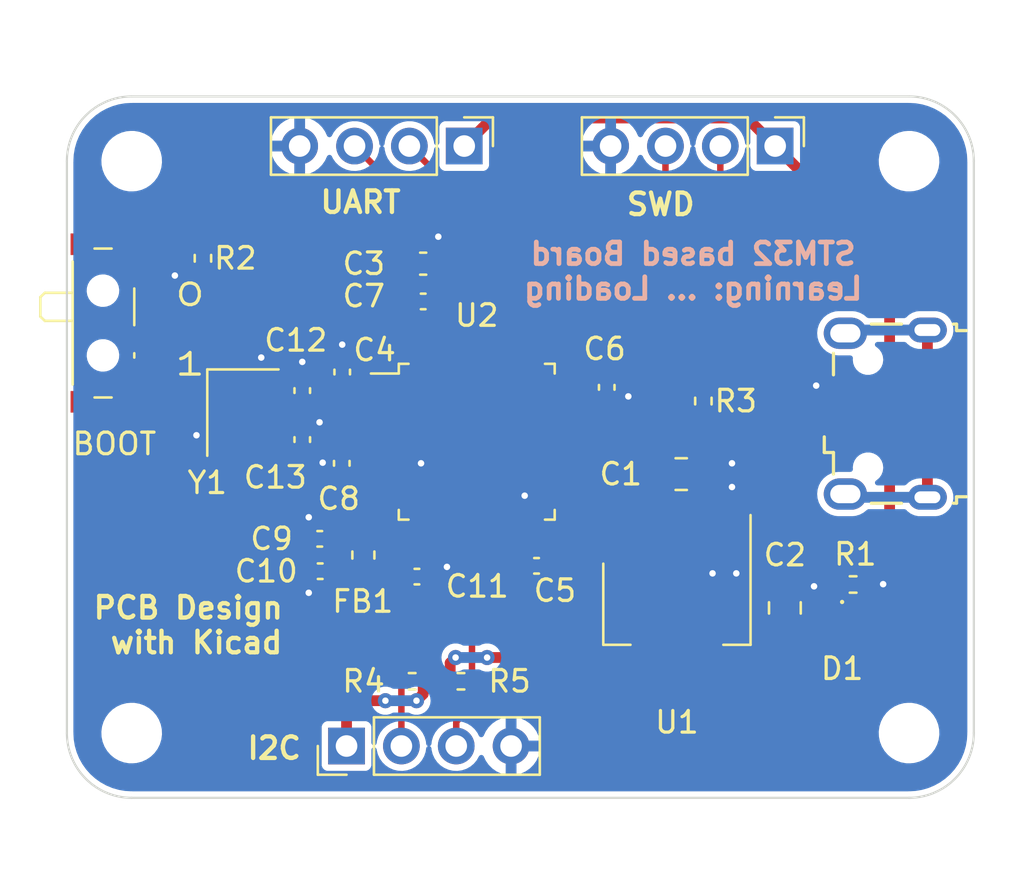
<source format=kicad_pcb>
(kicad_pcb (version 20211014) (generator pcbnew)
  (layers (0 "F.Cu" signal) (31 "B.Cu" power) (34 "B.Paste" user) (35 "F.Paste" user) (36 "B.SilkS" user "B.Silkscreen") (37 "F.SilkS" user "F.Silkscreen") (38 "B.Mask" user) (39 "F.Mask" user) (44 "Edge.Cuts" user))
  (net 0 "")
  (net 1 "VBUS")
  (net 2 "GND")
  (net 3 "+3V3")
  (net 4 "+3.3VA")
  (net 5 "/NRST")
  (net 6 "/HSE-IN")
  (net 7 "/HSE_OUT")
  (net 8 "/pwr_led_k")
  (net 9 "/USB_D-")
  (net 10 "/USB_D+")
  (net 12 "unconnected-(J1-Pad6)")
  (net 13 "/UASRT1_TX")
  (net 14 "/USART1_RX")
  (net 15 "/SWDIO")
  (net 16 "/SWCLK")
  (net 17 "/I2C2_SDA")
  (net 18 "/I2C2_SCL")
  (net 19 "/SW BOOTO")
  (net 20 "/BOOT0")
  (footprint "Capacitor_SMD:C_0402_1005Metric" (layer "F.Cu") (at 60.75 66.27 90)
    (fp_text reference "C4" (at 1.02 1.5 180) (layer "F.SilkS"))
    (fp_text value "100n")
    (fp_line (start -0.107836 -0.36) (end 0.107836 -0.36) (layer "F.SilkS") (width 0.12))
    (fp_line (start -0.107836 0.36) (end 0.107836 0.36) (layer "F.SilkS") (width 0.12))
    (pad "1" smd roundrect locked (at -0.48 0 90) (size 0.56 0.62) (layers "F.Cu" "F.Paste" "F.Mask") (net 3 "+3V3"))
    (pad "2" smd roundrect locked (at 0.48 0 90) (size 0.56 0.62) (layers "F.Cu" "F.Paste" "F.Mask") (net 2 "GND"))
  )
  (footprint "MountingHole:MountingHole_2.2mm_M2" (layer "F.Cu") (at 87 83)
    (fp_text reference "H3")
    (fp_text value "MountingHole")
    (pad "" np_thru_hole circle locked (at 0 0) (size 2.2 2.2) (drill 2.2) (layers *.Cu *.Mask))
  )
  (footprint "Resistor_SMD:R_0402_1005Metric" (layer "F.Cu") (at 63.99 80.6 180)
    (fp_text reference "R4" (at 2.25 0) (layer "F.SilkS"))
    (fp_text value "1k5")
    (fp_line (start -0.153641 -0.38) (end 0.153641 -0.38) (layer "F.SilkS") (width 0.12))
    (fp_line (start -0.153641 0.38) (end 0.153641 0.38) (layer "F.SilkS") (width 0.12))
    (pad "1" smd roundrect locked (at -0.51 0 180) (size 0.54 0.64) (layers "F.Cu" "F.Paste" "F.Mask") (net 3 "+3V3"))
    (pad "2" smd roundrect locked (at 0.51 0 180) (size 0.54 0.64) (layers "F.Cu" "F.Paste" "F.Mask") (net 18 "/I2C2_SCL"))
  )
  (footprint "Capacitor_SMD:C_0402_1005Metric" (layer "F.Cu") (at 73 66.98 -90)
    (fp_text reference "C6" (at -1.78 0.1 180) (layer "F.SilkS"))
    (fp_text value "100n")
    (fp_line (start -0.107836 0.36) (end 0.107836 0.36) (layer "F.SilkS") (width 0.12))
    (fp_line (start -0.107836 -0.36) (end 0.107836 -0.36) (layer "F.SilkS") (width 0.12))
    (pad "1" smd roundrect locked (at -0.48 0 270) (size 0.56 0.62) (layers "F.Cu" "F.Paste" "F.Mask") (net 3 "+3V3"))
    (pad "2" smd roundrect locked (at 0.48 0 270) (size 0.56 0.62) (layers "F.Cu" "F.Paste" "F.Mask") (net 2 "GND"))
  )
  (footprint "Resistor_SMD:R_0402_1005Metric" (layer "F.Cu") (at 84.41 76.115)
    (fp_text reference "R1" (at 0.1 -1.4) (layer "F.SilkS"))
    (fp_text value "1k5")
    (fp_line (start -0.153641 -0.38) (end 0.153641 -0.38) (layer "F.SilkS") (width 0.12))
    (fp_line (start -0.153641 0.38) (end 0.153641 0.38) (layer "F.SilkS") (width 0.12))
    (pad "1" smd roundrect locked (at -0.51 0) (size 0.54 0.64) (layers "F.Cu" "F.Paste" "F.Mask") (net 8 "/pwr_led_k"))
    (pad "2" smd roundrect locked (at 0.51 0) (size 0.54 0.64) (layers "F.Cu" "F.Paste" "F.Mask") (net 2 "GND"))
  )
  (footprint "Capacitor_SMD:C_0603_1608Metric" (layer "F.Cu") (at 64.5 61.25)
    (fp_text reference "C3" (at -2.75 0) (layer "F.SilkS"))
    (fp_text value "10u")
    (fp_line (start -0.14058 0.51) (end 0.14058 0.51) (layer "F.SilkS") (width 0.12))
    (fp_line (start -0.14058 -0.51) (end 0.14058 -0.51) (layer "F.SilkS") (width 0.12))
    (pad "1" smd roundrect locked (at -0.775 0) (size 0.9 0.95) (layers "F.Cu" "F.Paste" "F.Mask") (net 3 "+3V3"))
    (pad "2" smd roundrect locked (at 0.775 0) (size 0.9 0.95) (layers "F.Cu" "F.Paste" "F.Mask") (net 2 "GND"))
  )
  (footprint "Capacitor_SMD:C_0402_1005Metric" (layer "F.Cu") (at 59.71 74 180)
    (fp_text reference "C9" (at 2.23 0) (layer "F.SilkS"))
    (fp_text value "1u")
    (fp_line (start -0.107836 0.36) (end 0.107836 0.36) (layer "F.SilkS") (width 0.12))
    (fp_line (start -0.107836 -0.36) (end 0.107836 -0.36) (layer "F.SilkS") (width 0.12))
    (pad "1" smd roundrect locked (at -0.48 0 180) (size 0.56 0.62) (layers "F.Cu" "F.Paste" "F.Mask") (net 4 "+3.3VA"))
    (pad "2" smd roundrect locked (at 0.48 0 180) (size 0.56 0.62) (layers "F.Cu" "F.Paste" "F.Mask") (net 2 "GND"))
  )
  (footprint "MountingHole:MountingHole_2.2mm_M2" (layer "F.Cu") (at 51 56.5)
    (fp_text reference "H1")
    (fp_text value "MountingHole")
    (pad "" np_thru_hole circle locked (at 0 0) (size 2.2 2.2) (drill 2.2) (layers *.Cu *.Mask))
  )
  (footprint "Inductor_SMD:L_0603_1608Metric" (layer "F.Cu") (at 61.73 74.75 -90)
    (fp_text reference "FB1" (at 2.15 0.03 180) (layer "F.SilkS"))
    (fp_text value "120R")
    (fp_line (start -0.162779 0.51) (end 0.162779 0.51) (layer "F.SilkS") (width 0.12))
    (fp_line (start -0.162779 -0.51) (end 0.162779 -0.51) (layer "F.SilkS") (width 0.12))
    (pad "1" smd roundrect locked (at -0.7875 0 270) (size 0.875 0.95) (layers "F.Cu" "F.Paste" "F.Mask") (net 4 "+3.3VA"))
    (pad "2" smd roundrect locked (at 0.7875 0 270) (size 0.875 0.95) (layers "F.Cu" "F.Paste" "F.Mask") (net 3 "+3V3"))
  )
  (footprint "Resistor_SMD:R_0402_1005Metric" (layer "F.Cu") (at 54.3 61 90)
    (fp_text reference "R2" (at 0 1.5 180) (layer "F.SilkS"))
    (fp_text value "10k")
    (fp_line (start -0.153641 -0.38) (end 0.153641 -0.38) (layer "F.SilkS") (width 0.12))
    (fp_line (start -0.153641 0.38) (end 0.153641 0.38) (layer "F.SilkS") (width 0.12))
    (pad "1" smd roundrect locked (at -0.51 0 90) (size 0.54 0.64) (layers "F.Cu" "F.Paste" "F.Mask") (net 19 "/SW BOOTO"))
    (pad "2" smd roundrect locked (at 0.51 0 90) (size 0.54 0.64) (layers "F.Cu" "F.Paste" "F.Mask") (net 20 "/BOOT0"))
  )
  (footprint "Capacitor_SMD:C_0402_1005Metric" (layer "F.Cu") (at 60.73 70.5 90)
    (fp_text reference "C8" (at -1.64 -0.142164 180) (layer "F.SilkS"))
    (fp_text value "10n")
    (fp_line (start -0.107836 -0.36) (end 0.107836 -0.36) (layer "F.SilkS") (width 0.12))
    (fp_line (start -0.107836 0.36) (end 0.107836 0.36) (layer "F.SilkS") (width 0.12))
    (pad "1" smd roundrect locked (at -0.48 0 90) (size 0.56 0.62) (layers "F.Cu" "F.Paste" "F.Mask") (net 4 "+3.3VA"))
    (pad "2" smd roundrect locked (at 0.48 0 90) (size 0.56 0.62) (layers "F.Cu" "F.Paste" "F.Mask") (net 2 "GND"))
  )
  (footprint "Capacitor_SMD:C_0805_2012Metric" (layer "F.Cu") (at 76.45 71)
    (fp_text reference "C1" (at -2.8 0) (layer "F.SilkS"))
    (fp_text value "22u")
    (fp_line (start -0.261252 -0.735) (end 0.261252 -0.735) (layer "F.SilkS") (width 0.12))
    (fp_line (start -0.261252 0.735) (end 0.261252 0.735) (layer "F.SilkS") (width 0.12))
    (pad "1" smd roundrect locked (at -0.95 0) (size 1 1.45) (layers "F.Cu" "F.Paste" "F.Mask") (net 1 "VBUS"))
    (pad "2" smd roundrect locked (at 0.95 0) (size 1 1.45) (layers "F.Cu" "F.Paste" "F.Mask") (net 2 "GND"))
  )
  (footprint "Capacitor_SMD:C_0402_1005Metric" (layer "F.Cu") (at 58.9 69.4 90)
    (fp_text reference "C13" (at -1.75 -1.25 180) (layer "F.SilkS"))
    (fp_text value "10p")
    (fp_line (start -0.107836 0.36) (end 0.107836 0.36) (layer "F.SilkS") (width 0.12))
    (fp_line (start -0.107836 -0.36) (end 0.107836 -0.36) (layer "F.SilkS") (width 0.12))
    (pad "1" smd roundrect locked (at -0.48 0 90) (size 0.56 0.62) (layers "F.Cu" "F.Paste" "F.Mask") (net 7 "/HSE_OUT"))
    (pad "2" smd roundrect locked (at 0.48 0 90) (size 0.56 0.62) (layers "F.Cu" "F.Paste" "F.Mask") (net 2 "GND"))
  )
  (footprint "Connector_USB:USB_Micro-B_Wuerth_629105150521" (layer "F.Cu") (at 85.9 68.2 90)
    (fp_text reference "J1")
    (fp_text value "USB_B_Micro")
    (fp_line (start -4.15 3.15) (end -4.15 3.3) (layer "F.SilkS") (width 0.15))
    (fp_line (start 4.15 3.3) (end 4.15 3.15) (layer "F.SilkS") (width 0.15))
    (fp_line (start 3.85 3.3) (end 4.15 3.3) (layer "F.SilkS") (width 0.15))
    (fp_line (start -4.15 3.3) (end -3.85 3.3) (layer "F.SilkS") (width 0.15))
    (fp_line (start 1.8 -2.4) (end 2.8 -2.4) (layer "F.SilkS") (width 0.15))
    (fp_line (start -1.8 -2.4) (end -2.8 -2.4) (layer "F.SilkS") (width 0.15))
    (fp_line (start 4.15 0.75) (end 4.15 -0.65) (layer "F.SilkS") (width 0.15))
    (fp_line (start 3.85 3.75) (end 3.85 3.3) (layer "F.SilkS") (width 0.15))
    (fp_line (start -3.85 3.3) (end -3.85 3.75) (layer "F.SilkS") (width 0.15))
    (fp_line (start -1.8 -2.825) (end -1.8 -2.4) (layer "F.SilkS") (width 0.15))
    (fp_line (start -4.15 -0.65) (end -4.15 0.75) (layer "F.SilkS") (width 0.15))
    (fp_line (start -1.075 -2.825) (end -1.8 -2.825) (layer "F.SilkS") (width 0.15))
    (pad "" np_thru_hole oval locked (at -2.5 -0.8 90) (size 0.8 0.8) (drill 0.8) (layers *.Cu *.Mask))
    (pad "" np_thru_hole oval locked (at 2.5 -0.8 90) (size 0.8 0.8) (drill 0.8) (layers *.Cu *.Mask))
    (pad "1" smd rect locked (at -1.3 -1.9 90) (size 0.45 1.3) (layers "F.Cu" "F.Paste" "F.Mask") (net 1 "VBUS"))
    (pad "2" smd rect locked (at -0.65 -1.9 90) (size 0.45 1.3) (layers "F.Cu" "F.Paste" "F.Mask") (net 9 "/USB_D-"))
    (pad "3" smd rect locked (at 0 -1.9 90) (size 0.45 1.3) (layers "F.Cu" "F.Paste" "F.Mask") (net 10 "/USB_D+"))
    (pad "4" smd rect locked (at 0.65 -1.9 90) (size 0.45 1.3) (layers "F.Cu" "F.Paste" "F.Mask"))
    (pad "5" smd rect locked (at 1.3 -1.9 90) (size 0.45 1.3) (layers "F.Cu" "F.Paste" "F.Mask") (net 2 "GND"))
    (pad "6" thru_hole oval locked (at -3.725 -1.85 90) (size 1.45 2) (drill oval 0.85 1.4) (layers *.Cu *.Mask) (net 12 "unconnected-(J1-Pad6)"))
    (pad "6" thru_hole oval locked (at 3.875 1.95 90) (size 1.15 1.8) (drill oval 0.55 1.2) (layers *.Cu *.Mask) (net 12 "unconnected-(J1-Pad6)"))
    (pad "6" thru_hole oval locked (at -3.875 1.95 90) (size 1.15 1.8) (drill oval 0.55 1.2) (layers *.Cu *.Mask) (net 12 "unconnected-(J1-Pad6)"))
    (pad "6" thru_hole oval locked (at 3.725 -1.85 90) (size 1.45 2) (drill oval 0.85 1.4) (layers *.Cu *.Mask) (net 12 "unconnected-(J1-Pad6)"))
  )
  (footprint "Capacitor_SMD:C_0402_1005Metric" (layer "F.Cu") (at 64.21 75.75)
    (fp_text reference "C11" (at 2.79 0.45) (layer "F.SilkS"))
    (fp_text value "100n")
    (fp_line (start -0.107836 -0.36) (end 0.107836 -0.36) (layer "F.SilkS") (width 0.12))
    (fp_line (start -0.107836 0.36) (end 0.107836 0.36) (layer "F.SilkS") (width 0.12))
    (pad "1" smd roundrect locked (at -0.48 0) (size 0.56 0.62) (layers "F.Cu" "F.Paste" "F.Mask") (net 5 "/NRST"))
    (pad "2" smd roundrect locked (at 0.48 0) (size 0.56 0.62) (layers "F.Cu" "F.Paste" "F.Mask") (net 2 "GND"))
  )
  (footprint "Connector_PinHeader_2.54mm:PinHeader_1x04_P2.54mm_Vertical" (layer "F.Cu") (at 60.95 83.6 90)
    (fp_text reference "J4")
    (fp_text value "Conn_01x04_Male")
    (fp_line (start 1.33 1.27) (end 1.33 8.95) (layer "F.SilkS") (width 0.12))
    (fp_line (start -1.33 -1.33) (end 0 -1.33) (layer "F.SilkS") (width 0.12))
    (fp_line (start -1.33 0) (end -1.33 -1.33) (layer "F.SilkS") (width 0.12))
    (fp_line (start -1.33 8.95) (end 1.33 8.95) (layer "F.SilkS") (width 0.12))
    (fp_line (start -1.33 1.27) (end 1.33 1.27) (layer "F.SilkS") (width 0.12))
    (fp_line (start -1.33 1.27) (end -1.33 8.95) (layer "F.SilkS") (width 0.12))
    (pad "1" thru_hole rect locked (at 0 0 90) (size 1.7 1.7) (drill 1) (layers *.Cu *.Mask) (net 3 "+3V3"))
    (pad "2" thru_hole oval locked (at 0 2.54 90) (size 1.7 1.7) (drill 1) (layers *.Cu *.Mask) (net 18 "/I2C2_SCL"))
    (pad "3" thru_hole oval locked (at 0 5.08 90) (size 1.7 1.7) (drill 1) (layers *.Cu *.Mask) (net 17 "/I2C2_SDA"))
    (pad "4" thru_hole oval locked (at 0 7.62 90) (size 1.7 1.7) (drill 1) (layers *.Cu *.Mask) (net 2 "GND"))
  )
  (footprint "Capacitor_SMD:C_0402_1005Metric" (layer "F.Cu") (at 58.9 67.13 90)
    (fp_text reference "C12" (at 2.33 -0.3) (layer "F.SilkS"))
    (fp_text value "10p")
    (fp_line (start -0.107836 0.36) (end 0.107836 0.36) (layer "F.SilkS") (width 0.12))
    (fp_line (start -0.107836 -0.36) (end 0.107836 -0.36) (layer "F.SilkS") (width 0.12))
    (pad "1" smd roundrect locked (at -0.48 0 90) (size 0.56 0.62) (layers "F.Cu" "F.Paste" "F.Mask") (net 6 "/HSE-IN"))
    (pad "2" smd roundrect locked (at 0.48 0 90) (size 0.56 0.62) (layers "F.Cu" "F.Paste" "F.Mask") (net 2 "GND"))
  )
  (footprint "Package_QFP:LQFP-48_7x7mm_P0.5mm" (layer "F.Cu") (at 66.98 69.5)
    (fp_text reference "U2" (at 0 -5.85) (layer "F.SilkS"))
    (fp_text value "STM32F103C8Tx")
    (fp_line (start -3.61 3.61) (end -3.61 3.16) (layer "F.SilkS") (width 0.12))
    (fp_line (start -3.16 -3.61) (end -3.61 -3.61) (layer "F.SilkS") (width 0.12))
    (fp_line (start -3.61 -3.61) (end -3.61 -3.16) (layer "F.SilkS") (width 0.12))
    (fp_line (start 3.61 3.61) (end 3.61 3.16) (layer "F.SilkS") (width 0.12))
    (fp_line (start -3.61 -3.16) (end -4.9 -3.16) (layer "F.SilkS") (width 0.12))
    (fp_line (start 3.16 -3.61) (end 3.61 -3.61) (layer "F.SilkS") (width 0.12))
    (fp_line (start 3.61 -3.61) (end 3.61 -3.16) (layer "F.SilkS") (width 0.12))
    (fp_line (start 3.16 3.61) (end 3.61 3.61) (layer "F.SilkS") (width 0.12))
    (fp_line (start -3.16 3.61) (end -3.61 3.61) (layer "F.SilkS") (width 0.12))
    (pad "1" smd roundrect locked (at -4.1625 -2.75) (size 1.475 0.3) (layers "F.Cu" "F.Paste" "F.Mask") (net 3 "+3V3"))
    (pad "2" smd roundrect locked (at -4.1625 -2.25) (size 1.475 0.3) (layers "F.Cu" "F.Paste" "F.Mask"))
    (pad "3" smd roundrect locked (at -4.1625 -1.75) (size 1.475 0.3) (layers "F.Cu" "F.Paste" "F.Mask"))
    (pad "4" smd roundrect locked (at -4.1625 -1.25) (size 1.475 0.3) (layers "F.Cu" "F.Paste" "F.Mask"))
    (pad "5" smd roundrect locked (at -4.1625 -0.75) (size 1.475 0.3) (layers "F.Cu" "F.Paste" "F.Mask") (net 6 "/HSE-IN"))
    (pad "6" smd roundrect locked (at -4.1625 -0.25) (size 1.475 0.3) (layers "F.Cu" "F.Paste" "F.Mask") (net 7 "/HSE_OUT"))
    (pad "7" smd roundrect locked (at -4.1625 0.25) (size 1.475 0.3) (layers "F.Cu" "F.Paste" "F.Mask") (net 5 "/NRST"))
    (pad "8" smd roundrect locked (at -4.1625 0.75) (size 1.475 0.3) (layers "F.Cu" "F.Paste" "F.Mask") (net 2 "GND"))
    (pad "9" smd roundrect locked (at -4.1625 1.25) (size 1.475 0.3) (layers "F.Cu" "F.Paste" "F.Mask") (net 4 "+3.3VA"))
    (pad "10" smd roundrect locked (at -4.1625 1.75) (size 1.475 0.3) (layers "F.Cu" "F.Paste" "F.Mask"))
    (pad "11" smd roundrect locked (at -4.1625 2.25) (size 1.475 0.3) (layers "F.Cu" "F.Paste" "F.Mask"))
    (pad "12" smd roundrect locked (at -4.1625 2.75) (size 1.475 0.3) (layers "F.Cu" "F.Paste" "F.Mask"))
    (pad "13" smd roundrect locked (at -2.75 4.1625) (size 0.3 1.475) (layers "F.Cu" "F.Paste" "F.Mask"))
    (pad "14" smd roundrect locked (at -2.25 4.1625) (size 0.3 1.475) (layers "F.Cu" "F.Paste" "F.Mask"))
    (pad "15" smd roundrect locked (at -1.75 4.1625) (size 0.3 1.475) (layers "F.Cu" "F.Paste" "F.Mask"))
    (pad "16" smd roundrect locked (at -1.25 4.1625) (size 0.3 1.475) (layers "F.Cu" "F.Paste" "F.Mask"))
    (pad "17" smd roundrect locked (at -0.75 4.1625) (size 0.3 1.475) (layers "F.Cu" "F.Paste" "F.Mask"))
    (pad "18" smd roundrect locked (at -0.25 4.1625) (size 0.3 1.475) (layers "F.Cu" "F.Paste" "F.Mask"))
    (pad "19" smd roundrect locked (at 0.25 4.1625) (size 0.3 1.475) (layers "F.Cu" "F.Paste" "F.Mask"))
    (pad "20" smd roundrect locked (at 0.75 4.1625) (size 0.3 1.475) (layers "F.Cu" "F.Paste" "F.Mask"))
    (pad "21" smd roundrect locked (at 1.25 4.1625) (size 0.3 1.475) (layers "F.Cu" "F.Paste" "F.Mask") (net 18 "/I2C2_SCL"))
    (pad "22" smd roundrect locked (at 1.75 4.1625) (size 0.3 1.475) (layers "F.Cu" "F.Paste" "F.Mask") (net 17 "/I2C2_SDA"))
    (pad "23" smd roundrect locked (at 2.25 4.1625) (size 0.3 1.475) (layers "F.Cu" "F.Paste" "F.Mask") (net 2 "GND"))
    (pad "24" smd roundrect locked (at 2.75 4.1625) (size 0.3 1.475) (layers "F.Cu" "F.Paste" "F.Mask") (net 3 "+3V3"))
    (pad "25" smd roundrect locked (at 4.1625 2.75) (size 1.475 0.3) (layers "F.Cu" "F.Paste" "F.Mask"))
    (pad "26" smd roundrect locked (at 4.1625 2.25) (size 1.475 0.3) (layers "F.Cu" "F.Paste" "F.Mask"))
    (pad "27" smd roundrect locked (at 4.1625 1.75) (size 1.475 0.3) (layers "F.Cu" "F.Paste" "F.Mask"))
    (pad "28" smd roundrect locked (at 4.1625 1.25) (size 1.475 0.3) (layers "F.Cu" "F.Paste" "F.Mask"))
    (pad "29" smd roundrect locked (at 4.1625 0.75) (size 1.475 0.3) (layers "F.Cu" "F.Paste" "F.Mask"))
    (pad "30" smd roundrect locked (at 4.1625 0.25) (size 1.475 0.3) (layers "F.Cu" "F.Paste" "F.Mask"))
    (pad "31" smd roundrect locked (at 4.1625 -0.25) (size 1.475 0.3) (layers "F.Cu" "F.Paste" "F.Mask"))
    (pad "32" smd roundrect locked (at 4.1625 -0.75) (size 1.475 0.3) (layers "F.Cu" "F.Paste" "F.Mask") (net 9 "/USB_D-"))
    (pad "33" smd roundrect locked (at 4.1625 -1.25) (size 1.475 0.3) (layers "F.Cu" "F.Paste" "F.Mask") (net 10 "/USB_D+"))
    (pad "34" smd roundrect locked (at 4.1625 -1.75) (size 1.475 0.3) (layers "F.Cu" "F.Paste" "F.Mask") (net 15 "/SWDIO"))
    (pad "35" smd roundrect locked (at 4.1625 -2.25) (size 1.475 0.3) (layers "F.Cu" "F.Paste" "F.Mask") (net 2 "GND"))
    (pad "36" smd roundrect locked (at 4.1625 -2.75) (size 1.475 0.3) (layers "F.Cu" "F.Paste" "F.Mask") (net 3 "+3V3"))
    (pad "37" smd roundrect locked (at 2.75 -4.1625) (size 0.3 1.475) (layers "F.Cu" "F.Paste" "F.Mask") (net 16 "/SWCLK"))
    (pad "38" smd roundrect locked (at 2.25 -4.1625) (size 0.3 1.475) (layers "F.Cu" "F.Paste" "F.Mask"))
    (pad "39" smd roundrect locked (at 1.75 -4.1625) (size 0.3 1.475) (layers "F.Cu" "F.Paste" "F.Mask"))
    (pad "40" smd roundrect locked (at 1.25 -4.1625) (size 0.3 1.475) (layers "F.Cu" "F.Paste" "F.Mask"))
    (pad "41" smd roundrect locked (at 0.75 -4.1625) (size 0.3 1.475) (layers "F.Cu" "F.Paste" "F.Mask"))
    (pad "42" smd roundrect locked (at 0.25 -4.1625) (size 0.3 1.475) (layers "F.Cu" "F.Paste" "F.Mask") (net 13 "/UASRT1_TX"))
    (pad "43" smd roundrect locked (at -0.25 -4.1625) (size 0.3 1.475) (layers "F.Cu" "F.Paste" "F.Mask") (net 14 "/USART1_RX"))
    (pad "44" smd roundrect locked (at -0.75 -4.1625) (size 0.3 1.475) (layers "F.Cu" "F.Paste" "F.Mask") (net 20 "/BOOT0"))
    (pad "45" smd roundrect locked (at -1.25 -4.1625) (size 0.3 1.475) (layers "F.Cu" "F.Paste" "F.Mask"))
    (pad "46" smd roundrect locked (at -1.75 -4.1625) (size 0.3 1.475) (layers "F.Cu" "F.Paste" "F.Mask"))
    (pad "47" smd roundrect locked (at -2.25 -4.1625) (size 0.3 1.475) (layers "F.Cu" "F.Paste" "F.Mask") (net 2 "GND"))
    (pad "48" smd roundrect locked (at -2.75 -4.1625) (size 0.3 1.475) (layers "F.Cu" "F.Paste" "F.Mask") (net 3 "+3V3"))
  )
  (footprint "Button_Switch_SMD:SW_SPDT_PCM12" (layer "F.Cu") (at 50 64 -90)
    (fp_text reference "BOOT" (at 5.6 -0.2 180) (layer "F.SilkS"))
    (fp_text value "SW_SPDT")
    (fp_line (start -0.1 3.02) (end -0.3 3.23) (layer "F.SilkS") (width 0.12))
    (fp_line (start -1.6 -1.12) (end 0.1 -1.12) (layer "F.SilkS") (width 0.12))
    (fp_line (start 1.4 -1.12) (end 1.6 -1.12) (layer "F.SilkS") (width 0.12))
    (fp_line (start -3.45 -0.07) (end -3.45 0.72) (layer "F.SilkS") (width 0.12))
    (fp_line (start -1.2 3.23) (end -0.3 3.23) (layer "F.SilkS") (width 0.12))
    (fp_line (start -2.85 1.73) (end 2.85 1.73) (layer "F.SilkS") (width 0.12))
    (fp_line (start -0.1 3.02) (end -0.1 1.73) (layer "F.SilkS") (width 0.12))
    (fp_line (start -1.4 1.73) (end -1.4 3.02) (layer "F.SilkS") (width 0.12))
    (fp_line (start -1.4 3.02) (end -1.2 3.23) (layer "F.SilkS") (width 0.12))
    (fp_line (start 3.45 0.72) (end 3.45 -0.07) (layer "F.SilkS") (width 0.12))
    (pad "" np_thru_hole circle locked (at -1.5 0.33 270) (size 0.9 0.9) (drill 0.9) (layers *.Cu *.Mask))
    (pad "" smd rect locked (at -3.65 1.43 270) (size 1 0.8) (layers "F.Cu" "F.Paste" "F.Mask"))
    (pad "" smd rect locked (at 3.65 -0.78 270) (size 1 0.8) (layers "F.Cu" "F.Paste" "F.Mask"))
    (pad "" smd rect locked (at 3.65 1.43 270) (size 1 0.8) (layers "F.Cu" "F.Paste" "F.Mask"))
    (pad "" np_thru_hole circle locked (at 1.5 0.33 270) (size 0.9 0.9) (drill 0.9) (layers *.Cu *.Mask))
    (pad "" smd rect locked (at -3.65 -0.78 270) (size 1 0.8) (layers "F.Cu" "F.Paste" "F.Mask"))
    (pad "1" smd rect locked (at -2.25 -1.43 270) (size 0.7 1.5) (layers "F.Cu" "F.Paste" "F.Mask") (net 2 "GND"))
    (pad "2" smd rect locked (at 0.75 -1.43 270) (size 0.7 1.5) (layers "F.Cu" "F.Paste" "F.Mask") (net 19 "/SW BOOTO"))
    (pad "3" smd rect locked (at 2.25 -1.43 270) (size 0.7 1.5) (layers "F.Cu" "F.Paste" "F.Mask") (net 3 "+3V3"))
  )
  (footprint "Resistor_SMD:R_0402_1005Metric" (layer "F.Cu") (at 77.475 67.615 -90)
    (fp_text reference "R3" (at 0 -1.5 180) (layer "F.SilkS"))
    (fp_text value "1k5")
    (fp_line (start -0.153641 -0.38) (end 0.153641 -0.38) (layer "F.SilkS") (width 0.12))
    (fp_line (start -0.153641 0.38) (end 0.153641 0.38) (layer "F.SilkS") (width 0.12))
    (pad "1" smd roundrect locked (at -0.51 0 270) (size 0.54 0.64) (layers "F.Cu" "F.Paste" "F.Mask") (net 3 "+3V3"))
    (pad "2" smd roundrect locked (at 0.51 0 270) (size 0.54 0.64) (layers "F.Cu" "F.Paste" "F.Mask") (net 10 "/USB_D+"))
  )
  (footprint "Capacitor_SMD:C_0402_1005Metric" (layer "F.Cu") (at 64.5 63)
    (fp_text reference "C7" (at -2.75 -0.25) (layer "F.SilkS"))
    (fp_text value "100n")
    (fp_line (start -0.107836 0.36) (end 0.107836 0.36) (layer "F.SilkS") (width 0.12))
    (fp_line (start -0.107836 -0.36) (end 0.107836 -0.36) (layer "F.SilkS") (width 0.12))
    (pad "1" smd roundrect locked (at -0.48 0) (size 0.56 0.62) (layers "F.Cu" "F.Paste" "F.Mask") (net 3 "+3V3"))
    (pad "2" smd roundrect locked (at 0.48 0) (size 0.56 0.62) (layers "F.Cu" "F.Paste" "F.Mask") (net 2 "GND"))
  )
  (footprint "Capacitor_SMD:C_0805_2012Metric" (layer "F.Cu") (at 81.25 77.2 90)
    (fp_text reference "C2" (at 2.45 0) (layer "F.SilkS"))
    (fp_text value "22u")
    (fp_line (start -0.261252 -0.735) (end 0.261252 -0.735) (layer "F.SilkS") (width 0.12))
    (fp_line (start -0.261252 0.735) (end 0.261252 0.735) (layer "F.SilkS") (width 0.12))
    (pad "1" smd roundrect locked (at -0.95 0 90) (size 1 1.45) (layers "F.Cu" "F.Paste" "F.Mask") (net 3 "+3V3"))
    (pad "2" smd roundrect locked (at 0.95 0 90) (size 1 1.45) (layers "F.Cu" "F.Paste" "F.Mask") (net 2 "GND"))
  )
  (footprint "Connector_PinHeader_2.54mm:PinHeader_1x04_P2.54mm_Vertical" (layer "F.Cu") (at 80.8 55.8 -90)
    (fp_text reference "J3")
    (fp_text value "Conn_01x04_Male")
    (fp_line (start -1.33 -1.33) (end 0 -1.33) (layer "F.SilkS") (width 0.12))
    (fp_line (start -1.33 1.27) (end -1.33 8.95) (layer "F.SilkS") (width 0.12))
    (fp_line (start -1.33 0) (end -1.33 -1.33) (layer "F.SilkS") (width 0.12))
    (fp_line (start -1.33 1.27) (end 1.33 1.27) (layer "F.SilkS") (width 0.12))
    (fp_line (start -1.33 8.95) (end 1.33 8.95) (layer "F.SilkS") (width 0.12))
    (fp_line (start 1.33 1.27) (end 1.33 8.95) (layer "F.SilkS") (width 0.12))
    (pad "1" thru_hole rect locked (at 0 0 270) (size 1.7 1.7) (drill 1) (layers *.Cu *.Mask) (net 3 "+3V3"))
    (pad "2" thru_hole oval locked (at 0 2.54 270) (size 1.7 1.7) (drill 1) (layers *.Cu *.Mask) (net 15 "/SWDIO"))
    (pad "3" thru_hole oval locked (at 0 5.08 270) (size 1.7 1.7) (drill 1) (layers *.Cu *.Mask) (net 16 "/SWCLK"))
    (pad "4" thru_hole oval locked (at 0 7.62 270) (size 1.7 1.7) (drill 1) (layers *.Cu *.Mask) (net 2 "GND"))
  )
  (footprint "LED_SMD:LED_0402_1005Metric" (layer "F.Cu") (at 83.9 78.015 -90)
    (fp_text reference "D1" (at 2 0) (layer "F.SilkS"))
    (fp_text value "RED")
    (fp_circle (center -1.09 0) (end -1.04 0) (layer "F.SilkS") (width 0.1) (fill none))
    (pad "1" smd roundrect locked (at -0.485 0 270) (size 0.59 0.64) (layers "F.Cu" "F.Paste" "F.Mask") (net 8 "/pwr_led_k"))
    (pad "2" smd roundrect locked (at 0.485 0 270) (size 0.59 0.64) (layers "F.Cu" "F.Paste" "F.Mask") (net 3 "+3V3"))
  )
  (footprint "Crystal:Crystal_SMD_3225-4Pin_3.2x2.5mm" (layer "F.Cu") (at 56.15 68.15 -90)
    (fp_text reference "Y1" (at 3.25 1.65 180) (layer "F.SilkS"))
    (fp_text value "16MHz")
    (fp_line (start -2 1.65) (end 2 1.65) (layer "F.SilkS") (width 0.12))
    (fp_line (start -2 -1.65) (end -2 1.65) (layer "F.SilkS") (width 0.12))
    (pad "1" smd rect locked (at -1.1 0.85 270) (size 1.4 1.2) (layers "F.Cu" "F.Paste" "F.Mask") (net 6 "/HSE-IN"))
    (pad "2" smd rect locked (at 1.1 0.85 270) (size 1.4 1.2) (layers "F.Cu" "F.Paste" "F.Mask") (net 2 "GND"))
    (pad "3" smd rect locked (at 1.1 -0.85 270) (size 1.4 1.2) (layers "F.Cu" "F.Paste" "F.Mask") (net 7 "/HSE_OUT"))
    (pad "4" smd rect locked (at -1.1 -0.85 270) (size 1.4 1.2) (layers "F.Cu" "F.Paste" "F.Mask") (net 2 "GND"))
  )
  (footprint "MountingHole:MountingHole_2.2mm_M2" (layer "F.Cu") (at 87 56.5)
    (fp_text reference "H4")
    (fp_text value "MountingHole")
    (pad "" np_thru_hole circle locked (at 0 0) (size 2.2 2.2) (drill 2.2) (layers *.Cu *.Mask))
  )
  (footprint "Capacitor_SMD:C_0402_1005Metric" (layer "F.Cu") (at 59.73 75.5 180)
    (fp_text reference "C10" (at 2.5 0) (layer "F.SilkS"))
    (fp_text value "1u")
    (fp_line (start -0.107836 0.36) (end 0.107836 0.36) (layer "F.SilkS") (width 0.12))
    (fp_line (start -0.107836 -0.36) (end 0.107836 -0.36) (layer "F.SilkS") (width 0.12))
    (pad "1" smd roundrect locked (at -0.48 0 180) (size 0.56 0.62) (layers "F.Cu" "F.Paste" "F.Mask") (net 3 "+3V3"))
    (pad "2" smd roundrect locked (at 0.48 0 180) (size 0.56 0.62) (layers "F.Cu" "F.Paste" "F.Mask") (net 2 "GND"))
  )
  (footprint "Capacitor_SMD:C_0402_1005Metric" (layer "F.Cu") (at 69.75 75.25 180)
    (fp_text reference "C5" (at -0.85 -1.15) (layer "F.SilkS"))
    (fp_text value "100n")
    (fp_line (start -0.107836 0.36) (end 0.107836 0.36) (layer "F.SilkS") (width 0.12))
    (fp_line (start -0.107836 -0.36) (end 0.107836 -0.36) (layer "F.SilkS") (width 0.12))
    (pad "1" smd roundrect locked (at -0.48 0 180) (size 0.56 0.62) (layers "F.Cu" "F.Paste" "F.Mask") (net 3 "+3V3"))
    (pad "2" smd roundrect locked (at 0.48 0 180) (size 0.56 0.62) (layers "F.Cu" "F.Paste" "F.Mask") (net 2 "GND"))
  )
  (footprint "Resistor_SMD:R_0402_1005Metric" (layer "F.Cu") (at 66.25 80.6)
    (fp_text reference "R5" (at 2.25 0) (layer "F.SilkS"))
    (fp_text value "1k5")
    (fp_line (start -0.153641 -0.38) (end 0.153641 -0.38) (layer "F.SilkS") (width 0.12))
    (fp_line (start -0.153641 0.38) (end 0.153641 0.38) (layer "F.SilkS") (width 0.12))
    (pad "1" smd roundrect locked (at -0.51 0) (size 0.54 0.64) (layers "F.Cu" "F.Paste" "F.Mask") (net 3 "+3V3"))
    (pad "2" smd roundrect locked (at 0.51 0) (size 0.54 0.64) (layers "F.Cu" "F.Paste" "F.Mask") (net 17 "/I2C2_SDA"))
  )
  (footprint "MountingHole:MountingHole_2.2mm_M2" (layer "F.Cu") (at 51 83)
    (fp_text reference "H2")
    (fp_text value "MountingHole")
    (pad "" np_thru_hole circle locked (at 0 0) (size 2.2 2.2) (drill 2.2) (layers *.Cu *.Mask))
  )
  (footprint "Package_TO_SOT_SMD:SOT-223-3_TabPin2" (layer "F.Cu") (at 76.25 77 -90)
    (fp_text reference "U1" (at 5.5 0 180) (layer "F.SilkS"))
    (fp_text value "AMS1117-3.3")
    (fp_line (start 1.91 3.41) (end 1.91 2.15) (layer "F.SilkS") (width 0.12))
    (fp_line (start -1.85 3.41) (end 1.91 3.41) (layer "F.SilkS") (width 0.12))
    (fp_line (start -4.1 -3.41) (end 1.91 -3.41) (layer "F.SilkS") (width 0.12))
    (fp_line (start 1.91 -3.41) (end 1.91 -2.15) (layer "F.SilkS") (width 0.12))
    (pad "1" smd rect locked (at -3.15 -2.3 270) (size 2 1.5) (layers "F.Cu" "F.Paste" "F.Mask") (net 2 "GND"))
    (pad "2" smd rect locked (at -3.15 0 270) (size 2 1.5) (layers "F.Cu" "F.Paste" "F.Mask") (net 3 "+3V3"))
    (pad "2" smd rect locked (at 3.15 0 270) (size 2 3.8) (layers "F.Cu" "F.Paste" "F.Mask") (net 3 "+3V3"))
    (pad "3" smd rect locked (at -3.15 2.3 270) (size 2 1.5) (layers "F.Cu" "F.Paste" "F.Mask") (net 1 "VBUS"))
  )
  (footprint "Connector_PinHeader_2.54mm:PinHeader_1x04_P2.54mm_Vertical" (layer "F.Cu") (at 66.4 55.8 -90)
    (fp_text reference "J2")
    (fp_text value "Conn_01x04_Male")
    (fp_line (start -1.33 8.95) (end 1.33 8.95) (layer "F.SilkS") (width 0.12))
    (fp_line (start -1.33 0) (end -1.33 -1.33) (layer "F.SilkS") (width 0.12))
    (fp_line (start -1.33 -1.33) (end 0 -1.33) (layer "F.SilkS") (width 0.12))
    (fp_line (start 1.33 1.27) (end 1.33 8.95) (layer "F.SilkS") (width 0.12))
    (fp_line (start -1.33 1.27) (end 1.33 1.27) (layer "F.SilkS") (width 0.12))
    (fp_line (start -1.33 1.27) (end -1.33 8.95) (layer "F.SilkS") (width 0.12))
    (pad "1" thru_hole rect locked (at 0 0 270) (size 1.7 1.7) (drill 1) (layers *.Cu *.Mask) (net 3 "+3V3"))
    (pad "2" thru_hole oval locked (at 0 2.54 270) (size 1.7 1.7) (drill 1) (layers *.Cu *.Mask) (net 13 "/UASRT1_TX"))
    (pad "3" thru_hole oval locked (at 0 5.08 270) (size 1.7 1.7) (drill 1) (layers *.Cu *.Mask) (net 14 "/USART1_RX"))
    (pad "4" thru_hole oval locked (at 0 7.62 270) (size 1.7 1.7) (drill 1) (layers *.Cu *.Mask) (net 2 "GND"))
  )
  (gr_line (start 48 56.5) (end 48 83) (layer "Edge.Cuts") (width 0.1))
  (gr_arc (start 51 86) (mid 48.87868 85.12132) (end 48 83) (layer "Edge.Cuts") (width 0.1))
  (gr_arc (start 90 83) (mid 89.12132 85.12132) (end 87 86) (layer "Edge.Cuts") (width 0.1))
  (gr_line (start 87 53.5) (end 51 53.5) (layer "Edge.Cuts") (width 0.1))
  (gr_arc (start 87 53.5) (mid 89.12132 54.37868) (end 90 56.5) (layer "Edge.Cuts") (width 0.1))
  (gr_line (start 90 83) (end 90 56.5) (layer "Edge.Cuts") (width 0.1))
  (gr_arc (start 48 56.5) (mid 48.87868 54.37868) (end 51 53.5) (layer "Edge.Cuts") (width 0.1))
  (gr_line (start 51 86) (end 87 86) (layer "Edge.Cuts") (width 0.1))
  (gr_text "STM32 based Board\nLearning: ... Loading" (at 77 61.6) (layer "B.SilkS") (effects (font (size 1 1) (thickness 0.22)) (justify mirror)))
  (gr_text "PCB Design \nwith Kicad" (at 54 78) (layer "F.SilkS") (effects (font (size 1 1) (thickness 0.2))))
  (gr_text "0\n\n1" (at 53.7 64.3) (layer "F.SilkS") (effects (font (size 1 1.5))))
  (gr_text "I2C" (at 57.6 83.7) (layer "F.SilkS") (effects (font (size 1 1) (thickness 0.2))))
  (gr_text "SWD" (at 75.5 58.5) (layer "F.SilkS") (effects (font (size 1 1) (thickness 0.2))))
  (gr_text "UART" (at 61.6 58.4) (layer "F.SilkS") (effects (font (size 1 1) (thickness 0.2))))
  (segment (start 65 63.02) (end 64.98 63) (width 0.3) (layer "F.Cu") (net 2))
  (segment (start 64.69 75.75) (end 65.15 75.75) (width 0.5) (layer "F.Cu") (net 2))
  (segment (start 62.8175 70.25) (end 61.979639 70.25) (width 0.3) (layer "F.Cu") (net 2))
  (segment (start 65 63.8) (end 65 63.02) (width 0.3) (layer "F.Cu") (net 2))
  (segment (start 58.9 66.65) (end 58.9 65.8) (width 0.5) (layer "F.Cu") (net 2))
  (segment (start 59.38 68.92) (end 59.7 68.6) (width 0.5) (layer "F.Cu") (net 2))
  (segment (start 59.25 76.45) (end 59.2 76.5) (width 0.5) (layer "F.Cu") (net 2))
  (segment (start 72.46 67.46) (end 73 67.46) (width 0.3) (layer "F.Cu") (net 2))
  (segment (start 82.7 66.9) (end 82.724511 66.875489) (width 0.5) (layer "F.Cu") (net 2))
  (segment (start 69.23 73.6625) (end 69.23 72.03) (width 0.3) (layer "F.Cu") (net 2))
  (segment (start 82.55 76.25) (end 82.6 76.2) (width 0.5) (layer "F.Cu") (net 2))
  (segment (start 65.275 62.705) (end 64.98 63) (width 0.5) (layer "F.Cu") (net 2))
  (segment (start 81.25 76.25) (end 82.55 76.25) (width 0.5) (layer "F.Cu") (net 2))
  (segment (start 69.23 72.03) (end 69.2 72) (width 0.3) (layer "F.Cu") (net 2))
  (segment (start 73.94 67.46) (end 74 67.4) (width 0.3) (layer "F.Cu") (net 2))
  (segment (start 65.275 61.25) (end 65.275 60.075) (width 0.5) (layer "F.Cu") (net 2))
  (segment (start 65.275 61.25) (end 65.275 62.705) (width 0.5) (layer "F.Cu") (net 2))
  (segment (start 59.25 75.5) (end 59.25 76.45) (width 0.5) (layer "F.Cu") (net 2))
  (segment (start 60.75 65.79) (end 60.75 65) (width 0.5) (layer "F.Cu") (net 2))
  (segment (start 64.73 65.3375) (end 64.73 64.07) (width 0.3) (layer "F.Cu") (net 2))
  (segment (start 58.9 68.92) (end 59.38 68.92) (width 0.5) (layer "F.Cu") (net 2))
  (segment (start 59.23 74) (end 59.23 73.03) (width 0.5) (layer "F.Cu") (net 2))
  (segment (start 64.15 70.25) (end 64.4 70.5) (width 0.3) (layer "F.Cu") (net 2))
  (segment (start 51.43 61.75) (end 52.95 61.75) (width 0.5) (layer "F.Cu") (net 2))
  (segment (start 84.92 76.115) (end 85.785 76.115) (width 0.5) (layer "F.Cu") (net 2))
  (segment (start 55.3 69.25) (end 54.05 69.25) (width 0.5) (layer "F.Cu") (net 2))
  (segment (start 65.15 75.75) (end 65.6 75.3) (width 0.5) (layer "F.Cu") (net 2))
  (segment (start 69.23 73.6625) (end 69.23 75.21) (width 0.3) (layer "F.Cu") (net 2))
  (segment (start 71.1425 67.25) (end 72.25 67.25) (width 0.3) (layer "F.Cu") (net 2))
  (segment (start 57 67.05) (end 57 65.6) (width 0.5) (layer "F.Cu") (net 2))
  (segment (start 52.95 61.75) (end 53 61.8) (width 0.5) (layer "F.Cu") (net 2))
  (segment (start 85.785 76.115) (end 85.8 76.1) (width 0.5) (layer "F.Cu") (net 2))
  (segment (start 61.979639 70.25) (end 61.729639 70) (width 0.3) (layer "F.Cu") (net 2))
  (segment (start 65.275 60.075) (end 65.2 60) (width 0.5) (layer "F.Cu") (net 2))
  (segment (start 60.295418 70.02) (end 59.844809 70.470609) (width 0.3) (layer "F.Cu") (net 2))
  (segment (start 69.23 75.21) (end 69.27 75.25) (width 0.3) (layer "F.Cu") (net 2))
  (segment (start 61.729639 70) (end 60.75 70) (width 0.3) (layer "F.Cu") (net 2))
  (segment (start 72.25 67.25) (end 72.46 67.46) (width 0.3) (layer "F.Cu") (net 2))
  (segment (start 82.724511 66.875489) (end 84 66.875489) (width 0.5) (layer "F.Cu") (net 2))
  (segment (start 73 67.46) (end 73.94 67.46) (width 0.3) (layer "F.Cu") (net 2))
  (segment (start 60.73 70.02) (end 60.295418 70.02) (width 0.3) (layer "F.Cu") (net 2))
  (segment (start 62.8175 70.25) (end 64.15 70.25) (width 0.3) (layer "F.Cu") (net 2))
  (segment (start 60.75 70) (end 60.73 70.02) (width 0.3) (layer "F.Cu") (net 2))
  (segment (start 59.23 73.03) (end 59.2 73) (width 0.5) (layer "F.Cu") (net 2))
  (segment (start 54.05 69.25) (end 54 69.2) (width 0.5) (layer "F.Cu") (net 2))
  (segment (start 64.73 64.07) (end 65 63.8) (width 0.3) (layer "F.Cu") (net 2))
  (via (at 82.6 76.2) (size 0.7) (drill 0.3) (layers "F.Cu" "B.Cu") (net 2))
  (via (at 77.9 75.6) (size 0.7) (drill 0.3) (layers "F.Cu" "B.Cu") (net 2))
  (via (at 78.8 70.5) (size 0.7) (drill 0.3) (layers "F.Cu" "B.Cu") (net 2))
  (via (at 65.2 60) (size 0.7) (drill 0.3) (layers "F.Cu" "B.Cu") (net 2))
  (via (at 60.75 65) (size 0.7) (drill 0.3) (layers "F.Cu" "B.Cu") (net 2))
  (via (at 78.8 71.6) (size 0.7) (drill 0.3) (layers "F.Cu" "B.Cu") (net 2))
  (via (at 69.2 72) (size 0.7) (drill 0.3) (layers "F.Cu" "B.Cu") (net 2))
  (via (at 59.7 68.6) (size 0.7) (drill 0.3) (layers "F.Cu" "B.Cu") (net 2))
  (via (at 59.844809 70.470609) (size 0.7) (drill 0.3) (layers "F.Cu" "B.Cu") (net 2))
  (via (at 59.2 73) (size 0.7) (drill 0.3) (layers "F.Cu" "B.Cu") (net 2))
  (via (at 57 65.6) (size 0.7) (drill 0.3) (layers "F.Cu" "B.Cu") (net 2))
  (via (at 65.6 75.3) (size 0.7) (drill 0.3) (layers "F.Cu" "B.Cu") (net 2))
  (via (at 64.4 70.5) (size 0.7) (drill 0.3) (layers "F.Cu" "B.Cu") (net 2))
  (via (at 82.7 66.9) (size 0.7) (drill 0.3) (layers "F.Cu" "B.Cu") (net 2))
  (via (at 85.8 76.1) (size 0.7) (drill 0.3) (layers "F.Cu" "B.Cu") (net 2))
  (via (at 74 67.4) (size 0.7) (drill 0.3) (layers "F.Cu" "B.Cu") (net 2))
  (via (at 79 75.6) (size 0.7) (drill 0.3) (layers "F.Cu" "B.Cu") (net 2))
  (via (at 59.2 76.5) (size 0.7) (drill 0.3) (layers "F.Cu" "B.Cu") (net 2))
  (via (at 54 69.2) (size 0.7) (drill 0.3) (layers "F.Cu" "B.Cu") (net 2))
  (via (at 53 61.8) (size 0.7) (drill 0.3) (layers "F.Cu" "B.Cu") (net 2))
  (via (at 58.9 65.8) (size 0.7) (drill 0.3) (layers "F.Cu" "B.Cu") (net 2))
  (segment (start 64.5 81.1895) (end 64.1895 81.5) (width 0.5) (layer "F.Cu") (net 3))
  (segment (start 72.3 66.5) (end 73 66.5) (width 0.3) (layer "F.Cu") (net 3))
  (segment (start 83.9 81.6) (end 82 83.5) (width 0.5) (layer "F.Cu") (net 3))
  (segment (start 63.75 66.75) (end 64.23 66.27) (width 0.3) (layer "F.Cu") (net 3))
  (segment (start 85.3 78.5) (end 87.2 76.6) (width 0.5) (layer "F.Cu") (net 3))
  (segment (start 62.8175 66.75) (end 63.75 66.75) (width 0.3) (layer "F.Cu") (net 3))
  (segment (start 72.5 83.5) (end 71 82) (width 0.5) (layer "F.Cu") (net 3))
  (segment (start 60.95 82.05) (end 60.95 83.6) (width 0.5) (layer "F.Cu") (net 3))
  (segment (start 83.885 78.515) (end 83.9 78.5) (width 0.5) (layer "F.Cu") (net 3))
  (segment (start 61.5 81.5) (end 61.5 75.7675) (width 0.5) (layer "F.Cu") (net 3))
  (segment (start 71 82) (end 71 79.5) (width 0.5) (layer "F.Cu") (net 3))
  (segment (start 86.1 62.7) (end 81.88 62.7) (width 0.5) (layer "F.Cu") (net 3))
  (segment (start 52.75 67.25) (end 52.625 67.125) (width 0.5) (layer "F.Cu") (net 3))
  (segment (start 71 79.5) (end 67.4595 79.5) (width 0.5) (layer "F.Cu") (net 3))
  (segment (start 67.699511 54.500489) (end 79.500489 54.500489) (width 0.5) (layer "F.Cu") (net 3))
  (segment (start 58.75 61.25) (end 63.725 61.25) (width 0.5) (layer "F.Cu") (net 3))
  (segment (start 76.25 66.5) (end 73 66.5) (width 0.5) (layer "F.Cu") (net 3))
  (segment (start 54 66.75) (end 54 66) (width 0.5) (layer "F.Cu") (net 3))
  (segment (start 65.74 80.6) (end 64.5 80.6) (width 0.5) (layer "F.Cu") (net 3))
  (segment (start 61.6925 75.5) (end 61.73 75.5375) (width 0.5) (layer "F.Cu") (net 3))
  (segment (start 53.5 67.25) (end 54 66.75) (width 0.5) (layer "F.Cu") (net 3))
  (segment (start 61.5 75.7675) (end 61.73 75.5375) (width 0.5) (layer "F.Cu") (net 3))
  (segment (start 52.75 67.25) (end 53.5 67.25) (width 0.5) (layer "F.Cu") (net 3))
  (segment (start 71 79.5) (end 71 76.02) (width 0.5) (layer "F.Cu") (net 3))
  (segment (start 87.2 74.3) (end 86.1 73.2) (width 0.5) (layer "F.Cu") (net 3))
  (segment (start 54 66) (end 58.75 61.25) (width 0.5) (layer "F.Cu") (net 3))
  (segment (start 51.75 66.25) (end 51.43 66.25) (width 0.5) (layer "F.Cu") (net 3))
  (segment (start 71.1425 66.75) (end 72.05 66.75) (width 0.3) (layer "F.Cu") (net 3))
  (segment (start 83.9 78.5) (end 83.9 81.6) (width 0.5) (layer "F.Cu") (net 3))
  (segment (start 65.75 79.75) (end 65.75 80.59) (width 0.5) (layer "F.Cu") (net 3))
  (segment (start 64 63.02) (end 64.02 63) (width 0.3) (layer "F.Cu") (net 3))
  (segment (start 70.23 74.98) (end 70.23 75.25) (width 0.3) (layer "F.Cu") (net 3))
  (segment (start 86.1 73.2) (end 86.1 62.7) (width 0.5) (layer "F.Cu") (net 3))
  (segment (start 69.73 73.6625) (end 69.73 74.48) (width 0.3) (layer "F.Cu") (net 3))
  (segment (start 66.4 55.8) (end 67.699511 54.500489) (width 0.5) (layer "F.Cu") (net 3))
  (segment (start 71 76.02) (end 70.23 75.25) (width 0.5) (layer "F.Cu") (net 3))
  (segment (start 86.1 62.7) (end 86.1 61.1) (width 0.5) (layer "F.Cu") (net 3))
  (segment (start 52.75 76.5) (end 52.75 67.25) (width 0.5) (layer "F.Cu") (net 3))
  (segment (start 64.23 64.03) (end 64 63.8) (width 0.3) (layer "F.Cu") (net 3))
  (segment (start 66 79.5) (end 65.75 79.75) (width 0.5) (layer "F.Cu") (net 3))
  (segment (start 69.73 74.48) (end 70.23 74.98) (width 0.3) (layer "F.Cu") (net 3))
  (segment (start 83.9 78.5) (end 85.3 78.5) (width 0.5) (layer "F.Cu") (net 3))
  (segment (start 82 83.5) (end 72.5 83.5) (width 0.5) (layer "F.Cu") (net 3))
  (segment (start 72.05 66.75) (end 72.3 66.5) (width 0.3) (layer "F.Cu") (net 3))
  (segment (start 63.725 61.25) (end 63.725 62.705) (width 0.5) (layer "F.Cu") (net 3))
  (segment (start 77.475 67.105) (end 76.855 67.105) (width 0.5) (layer "F.Cu") (net 3))
  (segment (start 52.625 67.125) (end 51.75 66.25) (width 0.5) (layer "F.Cu") (net 3))
  (segment (start 62.75 81.5) (end 61.5 81.5) (width 0.5) (layer "F.Cu") (net 3))
  (segment (start 57.75 81.5) (end 52.75 76.5) (width 0.5) (layer "F.Cu") (net 3))
  (segment (start 64.5 80.6) (end 64.5 81.1895) (width 0.5) (layer "F.Cu") (net 3))
  (segment (start 86.1 61.1) (end 80.8 55.8) (width 0.5) (layer "F.Cu") (net 3))
  (segment (start 61.5 81.5) (end 60.95 82.05) (width 0.5) (layer "F.Cu") (net 3))
  (segment (start 62.8175 66.75) (end 60.75 66.75) (width 0.3) (layer "F.Cu") (net 3))
  (segment (start 63.725 62.705) (end 64.02 63) (width 0.5) (layer "F.Cu") (net 3))
  (segment (start 81.6 78.5) (end 81.25 78.15) (width 0.5) (layer "F.Cu") (net 3))
  (segment (start 64.23 65.3375) (end 64.23 64.03) (width 0.3) (layer "F.Cu") (net 3))
  (segment (start 76.855 67.105) (end 76.25 66.5) (width 0.5) (layer "F.Cu") (net 3))
  (segment (start 87.2 76.6) (end 87.2 74.3) (width 0.5) (layer "F.Cu") (net 3))
  (segment (start 64 63.8) (end 64 63.02) (width 0.3) (layer "F.Cu") (net 3))
  (segment (start 60.21 75.5) (end 61.6925 75.5) (width 0.5) (layer "F.Cu") (net 3))
  (segment (start 79.500489 54.500489) (end 80.8 55.8) (width 0.5) (layer "F.Cu") (net 3))
  (segment (start 65.75 80.59) (end 65.74 80.6) (width 0.5) (layer "F.Cu") (net 3))
  (segment (start 64.23 66.27) (end 64.23 65.3375) (width 0.3) (layer "F.Cu") (net 3))
  (segment (start 83.9 78.5) (end 81.6 78.5) (width 0.5) (layer "F.Cu") (net 3))
  (segment (start 61.5 81.5) (end 57.75 81.5) (width 0.5) (layer "F.Cu") (net 3))
  (segment (start 81.88 62.7) (end 77.475 67.105) (width 0.5) (layer "F.Cu") (net 3))
  (via (at 66 79.5) (size 0.7) (drill 0.3) (layers "F.Cu" "B.Cu") (net 3))
  (via (at 67.4595 79.5) (size 0.7) (drill 0.3) (layers "F.Cu" "B.Cu") (net 3))
  (via (at 64.1895 81.5) (size 0.7) (drill 0.3) (layers "F.Cu" "B.Cu") (net 3))
  (via (at 62.75 81.5) (size 0.7) (drill 0.3) (layers "F.Cu" "B.Cu") (net 3))
  (segment (start 64.1895 81.5) (end 62.75 81.5) (width 0.5) (layer "B.Cu") (net 3))
  (segment (start 67.4595 79.5) (end 66 79.5) (width 0.5) (layer "B.Cu") (net 3))
  (segment (start 61.3 71) (end 60.75 71) (width 0.5) (layer "F.Cu") (net 4))
  (segment (start 61.6925 74) (end 61.73 73.9625) (width 0.5) (layer "F.Cu") (net 4))
  (segment (start 61.6 71) (end 61.3 71) (width 0.5) (layer "F.Cu") (net 4))
  (segment (start 60.19 74) (end 61.6925 74) (width 0.5) (layer "F.Cu") (net 4))
  (segment (start 61.73 73.9625) (end 61.3 73.5325) (width 0.5) (layer "F.Cu") (net 4))
  (segment (start 62.8175 70.75) (end 61.85 70.75) (width 0.5) (layer "F.Cu") (net 4))
  (segment (start 61.85 70.75) (end 61.6 71) (width 0.5) (layer "F.Cu") (net 4))
  (segment (start 61.3 73.5325) (end 61.3 71) (width 0.5) (layer "F.Cu") (net 4))
  (segment (start 60.75 71) (end 60.73 70.98) (width 0.5) (layer "F.Cu") (net 4))
  (segment (start 65.1 71.4) (end 63.2 73.3) (width 0.3) (layer "F.Cu") (net 5))
  (segment (start 63.2 75.22) (end 63.73 75.75) (width 0.3) (layer "F.Cu") (net 5))
  (segment (start 64.639259 69.75) (end 65.1 70.210741) (width 0.3) (layer "F.Cu") (net 5))
  (segment (start 62.8175 69.75) (end 64.639259 69.75) (width 0.3) (layer "F.Cu") (net 5))
  (segment (start 65.1 70.210741) (end 65.1 71.4) (width 0.3) (layer "F.Cu") (net 5))
  (segment (start 63.2 73.3) (end 63.2 75.22) (width 0.3) (layer "F.Cu") (net 5))
  (segment (start 56.05 68.15) (end 55.3 67.4) (width 0.3) (layer "F.Cu") (net 6))
  (segment (start 62.8175 68.75) (end 61.979639 68.75) (width 0.3) (layer "F.Cu") (net 6))
  (segment (start 58.9 67.61) (end 58.36 68.15) (width 0.3) (layer "F.Cu") (net 6))
  (segment (start 55.3 67.4) (end 55.3 67.05) (width 0.3) (layer "F.Cu") (net 6))
  (segment (start 61.979639 68.75) (end 60.839639 67.61) (width 0.3) (layer "F.Cu") (net 6))
  (segment (start 58.36 68.15) (end 56.05 68.15) (width 0.3) (layer "F.Cu") (net 6))
  (segment (start 60.839639 67.61) (end 58.9 67.61) (width 0.3) (layer "F.Cu") (net 6))
  (segment (start 57.63 69.88) (end 57 69.25) (width 0.3) (layer "F.Cu") (net 7))
  (segment (start 58.9 69.88) (end 57.63 69.88) (width 0.3) (layer "F.Cu") (net 7))
  (segment (start 59.47 69.88) (end 58.9 69.88) (width 0.3) (layer "F.Cu") (net 7))
  (segment (start 62.8175 69.25) (end 60.1 69.25) (width 0.3) (layer "F.Cu") (net 7))
  (segment (start 60.1 69.25) (end 59.47 69.88) (width 0.3) (layer "F.Cu") (net 7))
  (segment (start 83.9 77.53) (end 83.9 76.115) (width 0.5) (layer "F.Cu") (net 8))
  (segment (start 71.1425 68.75) (end 82.924999 68.75) (width 0.2) (layer "F.Cu") (net 9))
  (segment (start 82.924999 68.75) (end 83.024999 68.85) (width 0.2) (layer "F.Cu") (net 9))
  (segment (start 71.167499 68.725001) (end 71.469536 68.725) (width 0.2) (layer "F.Cu") (net 9))
  (segment (start 71.1425 68.75) (end 71.167499 68.725001) (width 0.2) (layer "F.Cu") (net 9))
  (segment (start 83.024999 68.85) (end 84 68.85) (width 0.2) (layer "F.Cu") (net 9))
  (segment (start 71.167499 68.274999) (end 71.469536 68.275) (width 0.2) (layer "F.Cu") (net 10))
  (segment (start 83.024999 68.2) (end 84 68.2) (width 0.2) (layer "F.Cu") (net 10))
  (segment (start 71.1425 68.25) (end 71.192499 68.299999) (width 0.2) (layer "F.Cu") (net 10))
  (segment (start 82.924999 68.3) (end 83.024999 68.2) (width 0.2) (layer "F.Cu") (net 10))
  (segment (start 71.192499 68.299999) (end 82.924999 68.3) (width 0.2) (layer "F.Cu") (net 10))
  (segment (start 71.1425 68.25) (end 71.167499 68.274999) (width 0.2) (layer "F.Cu") (net 10))
  (segment (start 87.85 64.325) (end 87.85 72.075) (width 0.5) (layer "F.Cu") (net 12))
  (segment (start 84.2 72.075) (end 84.05 71.925) (width 0.5) (layer "B.Cu") (net 12))
  (segment (start 87.85 72.075) (end 84.2 72.075) (width 0.5) (layer "B.Cu") (net 12))
  (segment (start 87.85 64.325) (end 84.2 64.325) (width 0.5) (layer "B.Cu") (net 12))
  (segment (start 84.2 64.325) (end 84.05 64.475) (width 0.5) (layer "B.Cu") (net 12))
  (segment (start 69 62.11482) (end 69 58.75) (width 0.3) (layer "F.Cu") (net 13))
  (segment (start 67.23 63.88482) (end 69 62.11482) (width 0.3) (layer "F.Cu") (net 13))
  (segment (start 67.75 57.5) (end 65.56 57.5) (width 0.3) (layer "F.Cu") (net 13))
  (segment (start 69 58.75) (end 67.75 57.5) (width 0.3) (layer "F.Cu") (net 13))
  (segment (start 65.56 57.5) (end 63.86 55.8) (width 0.3) (layer "F.Cu") (net 13))
  (segment (start 67.23 65.3375) (end 67.23 63.88482) (width 0.3) (layer "F.Cu") (net 13))
  (segment (start 66.73 63.226428) (end 68 61.956428) (width 0.3) (layer "F.Cu") (net 14))
  (segment (start 63.77 58.25) (end 61.32 55.8) (width 0.3) (layer "F.Cu") (net 14))
  (segment (start 67.25 58.25) (end 63.77 58.25) (width 0.3) (layer "F.Cu") (net 14))
  (segment (start 66.73 65.3375) (end 66.73 63.226428) (width 0.3) (layer "F.Cu") (net 14))
  (segment (start 68 61.956428) (end 68 59) (width 0.3) (layer "F.Cu") (net 14))
  (segment (start 68 59) (end 67.25 58.25) (width 0.3) (layer "F.Cu") (net 14))
  (segment (start 70.304639 67.75) (end 70 67.445361) (width 0.3) (layer "F.Cu") (net 15))
  (segment (start 71.1425 67.75) (end 70.304639 67.75) (width 0.3) (layer "F.Cu") (net 15))
  (segment (start 70 67.445361) (end 70 66.5) (width 0.3) (layer "F.Cu") (net 15))
  (segment (start 70 66.5) (end 78.26 58.24) (width 0.3) (layer "F.Cu") (net 15))
  (segment (start 78.26 58.24) (end 78.26 55.8) (width 0.3) (layer "F.Cu") (net 15))
  (segment (start 69.73 63.97) (end 75.72 57.98) (width 0.3) (layer "F.Cu") (net 16))
  (segment (start 75.72 57.98) (end 75.72 55.8) (width 0.3) (layer "F.Cu") (net 16))
  (segment (start 69.73 65.3375) (end 69.73 63.97) (width 0.3) (layer "F.Cu") (net 16))
  (segment (start 68.25 77.25) (end 66.76 78.74) (width 0.3) (layer "F.Cu") (net 17))
  (segment (start 66.76 81.74) (end 66.03 82.47) (width 0.3) (layer "F.Cu") (net 17))
  (segment (start 68.25 75.267715) (end 68.25 77.25) (width 0.3) (layer "F.Cu") (net 17))
  (segment (start 68.729519 74.788196) (end 68.25 75.267715) (width 0.3) (layer "F.Cu") (net 17))
  (segment (start 66.76 80.6) (end 66.76 81.74) (width 0.3) (layer "F.Cu") (net 17))
  (segment (start 68.72952 74.678195) (end 68.729519 74.788196) (width 0.3) (layer "F.Cu") (net 17))
  (segment (start 66.03 82.47) (end 66.03 83.6) (width 0.3) (layer "F.Cu") (net 17))
  (segment (start 68.73 73.5525) (end 68.73 74.677715) (width 0.3) (layer "F.Cu") (net 17))
  (segment (start 68.73 74.677715) (end 68.72952 74.678195) (width 0.3) (layer "F.Cu") (net 17))
  (segment (start 66.76 78.74) (end 66.76 80.49) (width 0.3) (layer "F.Cu") (net 17))
  (segment (start 63.48 80.6) (end 63.49 80.61) (width 0.3) (layer "F.Cu") (net 18))
  (segment (start 63.48 79.331287) (end 63.48 80.6) (width 0.3) (layer "F.Cu") (net 18))
  (segment (start 68.23 73.6625) (end 68.23 74.581287) (width 0.3) (layer "F.Cu") (net 18))
  (segment (start 63.49 80.61) (end 63.49 83.6) (width 0.3) (layer "F.Cu") (net 18))
  (segment (start 68.23 74.581287) (end 63.48 79.331287) (width 0.3) (layer "F.Cu") (net 18))
  (segment (start 52.75 64.75) (end 54.3 63.2) (width 0.3) (layer "F.Cu") (net 19))
  (segment (start 54.3 63.2) (end 54.3 61.51) (width 0.3) (layer "F.Cu") (net 19))
  (segment (start 51.43 64.75) (end 52.75 64.75) (width 0.3) (layer "F.Cu") (net 19))
  (segment (start 51.45 64.77) (end 51.43 64.75) (width 0.3) (layer "F.Cu") (net 19))
  (segment (start 54.95 59.25) (end 65.5 59.25) (width 0.3) (layer "F.Cu") (net 20))
  (segment (start 66.25 60) (end 66.25 63) (width 0.3) (layer "F.Cu") (net 20))
  (segment (start 54.3 60.49) (end 54.3 59.9) (width 0.3) (layer "F.Cu") (net 20))
  (segment (start 66.25 63) (end 66.23 63.02) (width 0.3) (layer "F.Cu") (net 20))
  (segment (start 65.5 59.25) (end 66.25 60) (width 0.3) (layer "F.Cu") (net 20))
  (segment (start 54.3 59.9) (end 54.95 59.25) (width 0.3) (layer "F.Cu") (net 20))
  (segment (start 66.23 63.02) (end 66.23 65.3375) (width 0.3) (layer "F.Cu") (net 20))
  (zone (net 1) (net_name "VBUS") (layer "F.Cu") (connect_pads yes (clearance 0.3)) (min_thickness 0.25) (fill yes (thermal_gap 0.508) (thermal_bridge_width 0.508))
    (polygon (pts (xy 83.225 69.15) (xy 84.875 69.125) (xy 84.850424 69.77981) (xy 76.275424 69.875) (xy 76.25 72.025) (xy 75.65 72.025) (xy 75.025 72.575) (xy 74.9 72.675) (xy 74.925 74.875) (xy 74.775 75.05) (xy 73.1 75.05) (xy 73 74.875) (xy 73.004472 72.701883) (xy 73.251702 72.576121) (xy 73.932471 72.572273) (xy 74.755769 71.721152) (xy 74.725 69.975) (xy 75.75 69.175) (xy 82.975 69.15)))
  )
  (zone (net 2) (net_name "GND") (layer "F.Cu") (connect_pads yes (clearance 0.3)) (min_thickness 0.25) (fill yes (thermal_gap 0.508) (thermal_bridge_width 0.508))
    (polygon (pts (xy 79.3 71.6) (xy 79.6 72.3) (xy 79.6 74.6) (xy 80.6 75.4) (xy 82.5 75.4) (xy 82.999992 75.799103) (xy 83.007427 76.6276) (xy 82.5 77.1) (xy 80.2 77.1) (xy 80.198266 77.099994) (xy 78.075 77.075) (xy 77.5 76.325) (xy 77.46458 72.571666) (xy 77.45 72.125) (xy 76.670157 71.75249) (xy 76.65 70.3) (xy 77 70) (xy 79.3 70)))
  )
  (zone (net 3) (net_name "+3V3") (layer "F.Cu") (connect_pads yes (clearance 0.3)) (min_thickness 0.25) (fill yes (thermal_gap 0.508) (thermal_bridge_width 0.508))
    (polygon (pts (xy 77.825 77.45) (xy 81.9 77.425) (xy 82.2 77.675) (xy 82.2 81.325) (xy 75.425 81.35) (xy 75.375 76.675) (xy 77.225 76.675)))
  )
  (zone (net 3) (net_name "+3V3") (layer "F.Cu") (connect_pads yes (clearance 0.508)) (min_thickness 0.254) (fill yes (thermal_gap 0.508) (thermal_bridge_width 0.508))
    (polygon (pts (xy 77.225 72.85) (xy 77.225 78.725) (xy 78.55 78.725) (xy 78.55 81.325) (xy 74.125 81.325) (xy 74.125 79.2) (xy 74.25 78.9) (xy 74.775 78.9) (xy 74.75 75.4) (xy 75.275 75.075) (xy 75.25 72.75) (xy 75.375 72.65) (xy 77.075 72.625)))
  )
  (zone (net 2) (net_name "GND") (layer "B.Cu") (connect_pads (clearance 0.3)) (min_thickness 0.25) (fill yes (thermal_gap 0.5) (thermal_bridge_width 0.5))
    (polygon (pts (xy 90.2 86) (xy 47 86.2) (xy 47.4 52.8) (xy 90.2 52.8)))
  )
)
</source>
